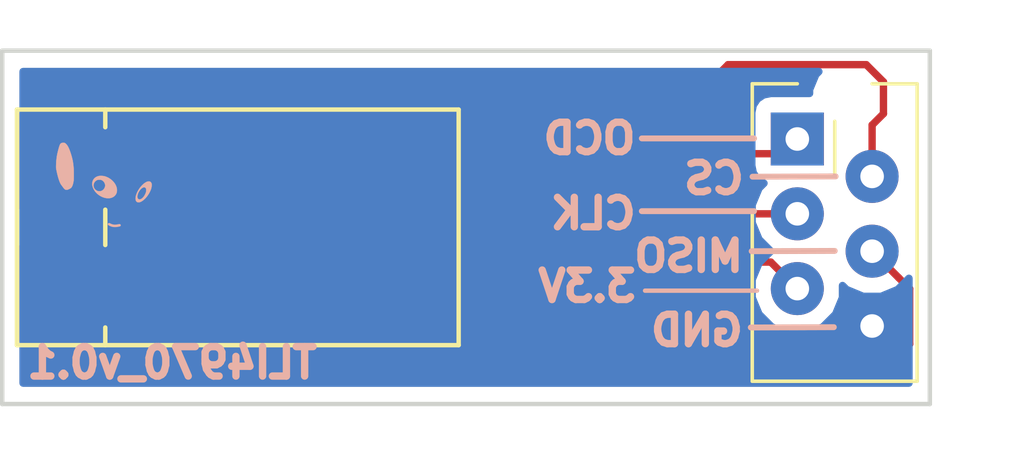
<source format=kicad_pcb>
(kicad_pcb (version 20171130) (host pcbnew 5.0.2-bee76a0~70~ubuntu18.04.1)

  (general
    (thickness 1.6)
    (drawings 17)
    (tracks 36)
    (zones 0)
    (modules 7)
    (nets 9)
  )

  (page A4)
  (layers
    (0 F.Cu signal)
    (31 B.Cu signal)
    (32 B.Adhes user)
    (33 F.Adhes user)
    (34 B.Paste user)
    (35 F.Paste user)
    (36 B.SilkS user)
    (37 F.SilkS user)
    (38 B.Mask user)
    (39 F.Mask user)
    (40 Dwgs.User user)
    (41 Cmts.User user)
    (42 Eco1.User user)
    (43 Eco2.User user)
    (44 Edge.Cuts user)
    (45 Margin user)
    (46 B.CrtYd user)
    (47 F.CrtYd user)
    (48 B.Fab user)
    (49 F.Fab user)
  )

  (setup
    (last_trace_width 0.25)
    (trace_clearance 0.25)
    (zone_clearance 0.508)
    (zone_45_only no)
    (trace_min 0.2)
    (segment_width 0.2)
    (edge_width 0.15)
    (via_size 0.8)
    (via_drill 0.4)
    (via_min_size 0.4)
    (via_min_drill 0.3)
    (uvia_size 0.3)
    (uvia_drill 0.1)
    (uvias_allowed no)
    (uvia_min_size 0.2)
    (uvia_min_drill 0.1)
    (pcb_text_width 0.3)
    (pcb_text_size 1.5 1.5)
    (mod_edge_width 0.15)
    (mod_text_size 1 1)
    (mod_text_width 0.15)
    (pad_size 1.524 1.524)
    (pad_drill 0.762)
    (pad_to_mask_clearance 0.051)
    (solder_mask_min_width 0.25)
    (aux_axis_origin 0 0)
    (visible_elements FFFFFF7F)
    (pcbplotparams
      (layerselection 0x010fc_ffffffff)
      (usegerberextensions false)
      (usegerberattributes false)
      (usegerberadvancedattributes false)
      (creategerberjobfile false)
      (excludeedgelayer true)
      (linewidth 0.100000)
      (plotframeref false)
      (viasonmask false)
      (mode 1)
      (useauxorigin false)
      (hpglpennumber 1)
      (hpglpenspeed 20)
      (hpglpendiameter 15.000000)
      (psnegative false)
      (psa4output false)
      (plotreference true)
      (plotvalue true)
      (plotinvisibletext false)
      (padsonsilk false)
      (subtractmaskfromsilk false)
      (outputformat 1)
      (mirror false)
      (drillshape 0)
      (scaleselection 1)
      (outputdirectory "v0.1/"))
  )

  (net 0 "")
  (net 1 +3V3)
  (net 2 GND)
  (net 3 "Net-(J1-Pad1)")
  (net 4 "Net-(J1-Pad2)")
  (net 5 "Net-(J1-Pad3)")
  (net 6 "Net-(J1-Pad4)")
  (net 7 IP+)
  (net 8 IP-)

  (net_class Default "This is the default net class."
    (clearance 0.25)
    (trace_width 0.25)
    (via_dia 0.8)
    (via_drill 0.4)
    (uvia_dia 0.3)
    (uvia_drill 0.1)
    (add_net +3V3)
    (add_net GND)
    (add_net IP+)
    (add_net IP-)
    (add_net "Net-(J1-Pad1)")
    (add_net "Net-(J1-Pad2)")
    (add_net "Net-(J1-Pad3)")
    (add_net "Net-(J1-Pad4)")
  )

  (net_class POWER ""
    (clearance 0.25)
    (trace_width 2)
    (via_dia 0.8)
    (via_drill 0.4)
    (uvia_dia 0.3)
    (uvia_drill 0.1)
  )

  (module custom_lib:TLI4970 (layer F.Cu) (tedit 5DE58E14) (tstamp 5DF137E7)
    (at 164.5 80 90)
    (path /5DE506D2)
    (fp_text reference U1 (at 0 5.5 90) (layer F.SilkS) hide
      (effects (font (size 1 1) (thickness 0.15)))
    )
    (fp_text value TLI4970 (at 0 1.1 90) (layer F.Fab)
      (effects (font (size 1 1) (thickness 0.15)))
    )
    (fp_line (start -3.5 3.5) (end -3.5 -3.5) (layer F.Fab) (width 0.12))
    (fp_line (start -3.5 -3.5) (end 3.5 -3.5) (layer F.Fab) (width 0.12))
    (fp_line (start 3.5 -3.5) (end 3.5 3.6) (layer F.Fab) (width 0.12))
    (fp_line (start 3.5 3.6) (end -3.5 3.6) (layer F.Fab) (width 0.12))
    (fp_line (start -3.5 3.6) (end -3.5 3.5) (layer F.Fab) (width 0.12))
    (pad 1 smd rect (at -2.5 3.35 270) (size 1.5 1.6) (layers F.Cu F.Paste F.Mask)
      (net 2 GND))
    (pad 2 smd rect (at -1.2 3.35 270) (size 0.5 1.6) (layers F.Cu F.Paste F.Mask)
      (net 1 +3V3))
    (pad 3 smd rect (at -0.4 3.35 270) (size 0.5 1.6) (layers F.Cu F.Paste F.Mask)
      (net 6 "Net-(J1-Pad4)"))
    (pad 4 smd rect (at 0.4 3.35 270) (size 0.5 1.6) (layers F.Cu F.Paste F.Mask)
      (net 5 "Net-(J1-Pad3)"))
    (pad 5 smd rect (at 1.2 3.35 270) (size 0.5 1.6) (layers F.Cu F.Paste F.Mask)
      (net 4 "Net-(J1-Pad2)"))
    (pad 6 smd rect (at 2.5 3.35 270) (size 1.5 1.6) (layers F.Cu F.Paste F.Mask)
      (net 3 "Net-(J1-Pad1)"))
    (pad 8 smd rect (at -1.775 -2.32 270) (size 2.4 3.48) (layers F.Cu F.Paste F.Mask)
      (net 8 IP-))
    (pad 7 smd rect (at 1.775 -2.32 270) (size 2.4 3.48) (layers F.Cu F.Paste F.Mask)
      (net 7 IP+))
  )

  (module Capacitor_SMD:C_0402_1005Metric (layer F.Cu) (tedit 5DE58E18) (tstamp 5DF1B4E3)
    (at 167.5 84.5)
    (descr "Capacitor SMD 0402 (1005 Metric), square (rectangular) end terminal, IPC_7351 nominal, (Body size source: http://www.tortai-tech.com/upload/download/2011102023233369053.pdf), generated with kicad-footprint-generator")
    (tags capacitor)
    (path /5DE50BDC)
    (attr smd)
    (fp_text reference C1 (at 0 -1.17) (layer F.SilkS) hide
      (effects (font (size 1 1) (thickness 0.15)))
    )
    (fp_text value C (at 0 1.17) (layer F.Fab)
      (effects (font (size 1 1) (thickness 0.15)))
    )
    (fp_line (start -0.5 0.25) (end -0.5 -0.25) (layer F.Fab) (width 0.1))
    (fp_line (start -0.5 -0.25) (end 0.5 -0.25) (layer F.Fab) (width 0.1))
    (fp_line (start 0.5 -0.25) (end 0.5 0.25) (layer F.Fab) (width 0.1))
    (fp_line (start 0.5 0.25) (end -0.5 0.25) (layer F.Fab) (width 0.1))
    (fp_line (start -0.93 0.47) (end -0.93 -0.47) (layer F.CrtYd) (width 0.05))
    (fp_line (start -0.93 -0.47) (end 0.93 -0.47) (layer F.CrtYd) (width 0.05))
    (fp_line (start 0.93 -0.47) (end 0.93 0.47) (layer F.CrtYd) (width 0.05))
    (fp_line (start 0.93 0.47) (end -0.93 0.47) (layer F.CrtYd) (width 0.05))
    (fp_text user %R (at 0 0) (layer F.Fab)
      (effects (font (size 0.25 0.25) (thickness 0.04)))
    )
    (pad 1 smd roundrect (at -0.485 0) (size 0.59 0.64) (layers F.Cu F.Paste F.Mask) (roundrect_rratio 0.25)
      (net 1 +3V3))
    (pad 2 smd roundrect (at 0.485 0) (size 0.59 0.64) (layers F.Cu F.Paste F.Mask) (roundrect_rratio 0.25)
      (net 2 GND))
    (model ${KISYS3DMOD}/Capacitor_SMD.3dshapes/C_0402_1005Metric.wrl
      (at (xyz 0 0 0))
      (scale (xyz 1 1 1))
      (rotate (xyz 0 0 0))
    )
  )

  (module custom_lib:TE-Connectivity_Micro-Match_connector_02x03_Pitch_1.27mm (layer F.Cu) (tedit 5DE58F27) (tstamp 5DF1B4F1)
    (at 171 77)
    (descr "TE-Connectivity Micro-Match connector, female, 02x02, board mount, 1.27mm pitch, 215079-6")
    (tags "connector, TE-Connectivity, female")
    (path /5DE58EEA)
    (fp_text reference J1 (at -2.8205 2.5875 90) (layer F.SilkS) hide
      (effects (font (size 1 1) (thickness 0.15)))
    )
    (fp_text value Conn_01x06_Female (at 0 9.8) (layer F.Fab)
      (effects (font (size 1 1) (thickness 0.15)))
    )
    (fp_line (start -1.8 8.725) (end -1.8 -2.475) (layer F.CrtYd) (width 0.05))
    (fp_line (start -1.8 8.725) (end 4.4 8.725) (layer F.CrtYd) (width 0.05))
    (fp_line (start -1.53 2.54) (end -1.53 8.225) (layer F.SilkS) (width 0.12))
    (fp_line (start -1.33 -1.675) (end -1.33 8.025) (layer F.Fab) (width 0.1))
    (fp_line (start -1.33 8.025) (end 3.87 8.025) (layer F.Fab) (width 0.1))
    (fp_line (start 3.87 -1.675) (end 3.87 8.025) (layer F.Fab) (width 0.1))
    (fp_line (start -1.33 -1.675) (end 3.87 -1.675) (layer F.Fab) (width 0.1))
    (fp_line (start -1.53 8.225) (end 4.07 8.225) (layer F.SilkS) (width 0.12))
    (fp_line (start 4.07 -1.875) (end 4.07 8.225) (layer F.SilkS) (width 0.12))
    (fp_line (start 2.54 -1.875) (end 4.07 -1.875) (layer F.SilkS) (width 0.12))
    (fp_line (start 1.27 -0.6) (end 1.27 1.27) (layer F.SilkS) (width 0.12))
    (fp_line (start 1.27 1.27) (end -0.6 1.27) (layer F.SilkS) (width 0.12))
    (fp_line (start -1.53 0) (end -1.53 -1.875) (layer F.SilkS) (width 0.12))
    (fp_line (start -1.53 -1.875) (end 0 -1.875) (layer F.SilkS) (width 0.12))
    (fp_line (start 4.4 8.725) (end 4.4 -2.475) (layer F.CrtYd) (width 0.05))
    (fp_line (start -1.8 -2.475) (end 4.4 -2.475) (layer F.CrtYd) (width 0.05))
    (fp_text user %R (at -2.8205 2.5875 90) (layer F.Fab) hide
      (effects (font (size 1 1) (thickness 0.15)))
    )
    (pad 6 thru_hole circle (at 2.54 6.35) (size 1.8 1.8) (drill 0.8001) (layers *.Cu *.Mask)
      (net 2 GND))
    (pad 5 thru_hole circle (at 0 5.08) (size 1.8 1.8) (drill 0.8001) (layers *.Cu *.Mask)
      (net 1 +3V3))
    (pad 1 thru_hole rect (at 0 0) (size 1.8 1.8) (drill 0.8001) (layers *.Cu *.Mask)
      (net 3 "Net-(J1-Pad1)"))
    (pad 2 thru_hole circle (at 2.54 1.27) (size 1.8 1.8) (drill 0.8001) (layers *.Cu *.Mask)
      (net 4 "Net-(J1-Pad2)"))
    (pad 3 thru_hole circle (at 0 2.54) (size 1.8 1.8) (drill 0.8001) (layers *.Cu *.Mask)
      (net 5 "Net-(J1-Pad3)"))
    (pad 4 thru_hole circle (at 2.54 3.81) (size 1.8 1.8) (drill 0.8001) (layers *.Cu *.Mask)
      (net 6 "Net-(J1-Pad4)"))
    (pad "" np_thru_hole circle (at 1.8 -1.4) (size 1.5001 1.5001) (drill 1.5001) (layers *.Cu *.Mask))
    (model ../../_3Dmodels/Connectors_TE-Connectivity.3dshapes/c-215079-4-t-3d.wrl
      (at (xyz 0 0 0))
      (scale (xyz 1 1 1))
      (rotate (xyz 0 0 0))
    )
  )

  (module custom_lib:Wago_2060_2_SMD (layer F.Cu) (tedit 5DE58E21) (tstamp 5DF1B90A)
    (at 152 80 90)
    (path /5DE59542)
    (fp_text reference J2 (at 0 -9 90) (layer F.SilkS) hide
      (effects (font (size 1 1) (thickness 0.15)))
    )
    (fp_text value Conn_01x02_Female (at 0 8.9 90) (layer F.Fab)
      (effects (font (size 1 1) (thickness 0.15)))
    )
    (fp_line (start 4 -4.5) (end 3.4 -4.5) (layer F.SilkS) (width 0.15))
    (fp_line (start -0.6 -4.5) (end 0.6 -4.5) (layer F.SilkS) (width 0.15))
    (fp_line (start -4 -4.5) (end -3.4 -4.5) (layer F.SilkS) (width 0.15))
    (fp_line (start -4 -7.5) (end 4 -7.5) (layer F.CrtYd) (width 0.15))
    (fp_line (start 4 -7.5) (end 4 7.5) (layer F.CrtYd) (width 0.15))
    (fp_line (start 4 7.5) (end -4 7.5) (layer F.CrtYd) (width 0.15))
    (fp_line (start -4 7.5) (end -4 -7.5) (layer F.CrtYd) (width 0.15))
    (fp_line (start 4 -7.5) (end -4 -7.5) (layer F.SilkS) (width 0.15))
    (fp_line (start -4 -7.5) (end -4 7.5) (layer F.SilkS) (width 0.15))
    (fp_line (start -4 7.5) (end 4 7.5) (layer F.SilkS) (width 0.15))
    (fp_line (start 4 7.5) (end 4 -7.5) (layer F.SilkS) (width 0.15))
    (pad 2 smd rect (at 2 5.25 90) (size 2 3.5) (layers F.Cu F.Paste F.Mask)
      (net 7 IP+))
    (pad 2 smd rect (at 2 -4 90) (size 2 6) (layers F.Cu F.Paste F.Mask)
      (net 7 IP+))
    (pad 1 smd rect (at -2 -4 90) (size 2 6) (layers F.Cu F.Paste F.Mask)
      (net 8 IP-))
    (pad 1 smd rect (at -2 5.25 90) (size 2 3.5) (layers F.Cu F.Paste F.Mask)
      (net 8 IP-))
  )

  (module custom_lib:R1_ear_silk_5.5mm (layer B.Cu) (tedit 5A75A981) (tstamp 5DF1BD36)
    (at 148.235873 77.900252 180)
    (path /5DE59A50)
    (fp_text reference H1 (at 0 0 180) (layer B.SilkS) hide
      (effects (font (size 1.524 1.524) (thickness 0.3)) (justify mirror))
    )
    (fp_text value LABEL (at 0.75 0 180) (layer B.SilkS) hide
      (effects (font (size 1.524 1.524) (thickness 0.3)) (justify mirror))
    )
    (fp_poly (pts (xy 2.178201 0.770262) (xy 2.198348 0.768035) (xy 2.215863 0.764436) (xy 2.231188 0.758692)
      (xy 2.244766 0.750029) (xy 2.257039 0.737676) (xy 2.26845 0.72086) (xy 2.27944 0.698807)
      (xy 2.290453 0.670745) (xy 2.301931 0.635901) (xy 2.314316 0.593502) (xy 2.32805 0.542775)
      (xy 2.343577 0.482948) (xy 2.344299 0.480133) (xy 2.361506 0.407526) (xy 2.37554 0.335724)
      (xy 2.386689 0.262557) (xy 2.395238 0.18585) (xy 2.401474 0.103431) (xy 2.405609 0.01524)
      (xy 2.406717 -0.018405) (xy 2.407222 -0.044525) (xy 2.406933 -0.065749) (xy 2.405658 -0.084703)
      (xy 2.403208 -0.104014) (xy 2.399391 -0.126309) (xy 2.394016 -0.154217) (xy 2.392872 -0.16002)
      (xy 2.376391 -0.238711) (xy 2.358865 -0.313406) (xy 2.340546 -0.383339) (xy 2.321687 -0.447741)
      (xy 2.302541 -0.505845) (xy 2.283359 -0.556882) (xy 2.264394 -0.600085) (xy 2.2459 -0.634686)
      (xy 2.228657 -0.659293) (xy 2.217953 -0.672749) (xy 2.203677 -0.691717) (xy 2.187975 -0.713311)
      (xy 2.177487 -0.728152) (xy 2.151986 -0.762275) (xy 2.128222 -0.789201) (xy 2.106922 -0.808184)
      (xy 2.089823 -0.818106) (xy 2.077848 -0.820698) (xy 2.060149 -0.822358) (xy 2.045639 -0.822712)
      (xy 2.029049 -0.821866) (xy 2.013769 -0.819024) (xy 1.996746 -0.813303) (xy 1.974929 -0.803818)
      (xy 1.96596 -0.799618) (xy 1.943192 -0.787894) (xy 1.921706 -0.775181) (xy 1.904652 -0.763418)
      (xy 1.898199 -0.757955) (xy 1.875298 -0.72971) (xy 1.855228 -0.691883) (xy 1.837972 -0.64442)
      (xy 1.823507 -0.587269) (xy 1.814959 -0.54102) (xy 1.812442 -0.523764) (xy 1.810422 -0.505587)
      (xy 1.808848 -0.485174) (xy 1.807672 -0.461208) (xy 1.806843 -0.432375) (xy 1.806312 -0.397359)
      (xy 1.806029 -0.354844) (xy 1.805945 -0.303516) (xy 1.805945 -0.30226) (xy 1.806068 -0.245778)
      (xy 1.806514 -0.197431) (xy 1.807403 -0.155192) (xy 1.808857 -0.117037) (xy 1.810997 -0.080942)
      (xy 1.813942 -0.044882) (xy 1.817814 -0.006833) (xy 1.822734 0.035231) (xy 1.828823 0.083333)
      (xy 1.829068 0.085222) (xy 1.838126 0.142246) (xy 1.850976 0.204701) (xy 1.867031 0.270699)
      (xy 1.885706 0.338352) (xy 1.906413 0.405773) (xy 1.928565 0.471073) (xy 1.951577 0.532365)
      (xy 1.974862 0.587761) (xy 1.997832 0.635374) (xy 2.00303 0.645063) (xy 2.030897 0.689165)
      (xy 2.061983 0.726483) (xy 2.062588 0.727104) (xy 2.08538 0.748381) (xy 2.106068 0.762098)
      (xy 2.127763 0.769417) (xy 2.153575 0.771498) (xy 2.178201 0.770262)) (layer B.SilkS) (width 0.01))
  )

  (module custom_lib:R1_eyes_mask_5.5mm (layer B.Cu) (tedit 5D5A8000) (tstamp 5DF1BD3D)
    (at 148.245873 77.850252 180)
    (path /5DE59AFF)
    (fp_text reference H2 (at 0 2.54 180) (layer B.SilkS) hide
      (effects (font (size 1.524 1.524) (thickness 0.3)) (justify mirror))
    )
    (fp_text value LABEL (at 0.75 2.54 180) (layer B.SilkS) hide
      (effects (font (size 1.524 1.524) (thickness 0.3)) (justify mirror))
    )
    (fp_poly (pts (xy 0.918423 -0.401777) (xy 0.956263 -0.405066) (xy 0.976759 -0.408897) (xy 1.02839 -0.425874)
      (xy 1.07306 -0.449654) (xy 1.110646 -0.479527) (xy 1.141024 -0.514781) (xy 1.164071 -0.554703)
      (xy 1.179661 -0.598583) (xy 1.187672 -0.645708) (xy 1.18798 -0.695366) (xy 1.180461 -0.746846)
      (xy 1.16499 -0.799436) (xy 1.141445 -0.852424) (xy 1.109701 -0.905099) (xy 1.071669 -0.954398)
      (xy 1.022024 -1.005506) (xy 0.967034 -1.050255) (xy 0.907863 -1.088142) (xy 0.845678 -1.118666)
      (xy 0.781645 -1.141325) (xy 0.716929 -1.155617) (xy 0.652695 -1.161041) (xy 0.598218 -1.158169)
      (xy 0.543393 -1.147107) (xy 0.494297 -1.128036) (xy 0.451371 -1.101148) (xy 0.432887 -1.085333)
      (xy 0.40114 -1.051436) (xy 0.378 -1.016962) (xy 0.362118 -0.97932) (xy 0.352141 -0.935916)
      (xy 0.350986 -0.928145) (xy 0.348426 -0.873755) (xy 0.355286 -0.818691) (xy 0.370934 -0.763752)
      (xy 0.384275 -0.733475) (xy 0.749164 -0.733475) (xy 0.751545 -0.755112) (xy 0.764506 -0.799304)
      (xy 0.785689 -0.838657) (xy 0.814198 -0.872122) (xy 0.849137 -0.898653) (xy 0.88961 -0.917204)
      (xy 0.890453 -0.917481) (xy 0.910411 -0.92146) (xy 0.937461 -0.923152) (xy 0.955684 -0.922976)
      (xy 0.979938 -0.921571) (xy 0.998324 -0.918634) (xy 1.015122 -0.913176) (xy 1.03269 -0.905155)
      (xy 1.069679 -0.881788) (xy 1.100282 -0.851948) (xy 1.123754 -0.817048) (xy 1.139349 -0.778504)
      (xy 1.146322 -0.737728) (xy 1.143925 -0.696134) (xy 1.14367 -0.694722) (xy 1.130966 -0.652824)
      (xy 1.109644 -0.614438) (xy 1.080985 -0.581215) (xy 1.04627 -0.554806) (xy 1.027445 -0.544858)
      (xy 0.997518 -0.53535) (xy 0.962396 -0.530786) (xy 0.92579 -0.531225) (xy 0.891413 -0.536724)
      (xy 0.873531 -0.542426) (xy 0.838383 -0.561486) (xy 0.807691 -0.587944) (xy 0.78244 -0.620087)
      (xy 0.763613 -0.656199) (xy 0.752193 -0.694567) (xy 0.749164 -0.733475) (xy 0.384275 -0.733475)
      (xy 0.394736 -0.709736) (xy 0.426061 -0.657441) (xy 0.464274 -0.607666) (xy 0.508745 -0.561207)
      (xy 0.55884 -0.518864) (xy 0.613926 -0.481434) (xy 0.67337 -0.449716) (xy 0.736541 -0.424507)
      (xy 0.754886 -0.418701) (xy 0.791263 -0.410238) (xy 0.832757 -0.404503) (xy 0.876199 -0.401636)
      (xy 0.918423 -0.401777)) (layer B.SilkS) (width 0.01))
    (fp_poly (pts (xy -0.706335 -0.5924) (xy -0.688801 -0.594815) (xy -0.672121 -0.600076) (xy -0.653322 -0.608404)
      (xy -0.603456 -0.63681) (xy -0.553972 -0.674026) (xy -0.505814 -0.718713) (xy -0.459923 -0.769536)
      (xy -0.417243 -0.825158) (xy -0.378715 -0.884244) (xy -0.345283 -0.945456) (xy -0.317888 -1.007459)
      (xy -0.297474 -1.068917) (xy -0.284982 -1.128492) (xy -0.284619 -1.131129) (xy -0.281851 -1.174196)
      (xy -0.285544 -1.212257) (xy -0.295407 -1.244427) (xy -0.311147 -1.269822) (xy -0.332475 -1.287556)
      (xy -0.336813 -1.289832) (xy -0.364781 -1.298318) (xy -0.396591 -1.299581) (xy -0.428811 -1.293488)
      (xy -0.42926 -1.293346) (xy -0.472797 -1.275057) (xy -0.51773 -1.247842) (xy -0.563119 -1.212665)
      (xy -0.608024 -1.170487) (xy -0.651505 -1.122272) (xy -0.692622 -1.068982) (xy -0.730435 -1.011579)
      (xy -0.764004 -0.951026) (xy -0.76446 -0.950119) (xy -0.789819 -0.895845) (xy -0.798289 -0.873574)
      (xy -0.644716 -0.873574) (xy -0.644457 -0.901315) (xy -0.641879 -0.929311) (xy -0.637433 -0.952702)
      (xy -0.627593 -0.982865) (xy -0.613001 -1.017156) (xy -0.595465 -1.051944) (xy -0.576792 -1.083596)
      (xy -0.561618 -1.105022) (xy -0.530105 -1.140806) (xy -0.498848 -1.168895) (xy -0.468494 -1.189)
      (xy -0.439691 -1.200834) (xy -0.413087 -1.204109) (xy -0.38933 -1.198538) (xy -0.373867 -1.188466)
      (xy -0.359233 -1.171999) (xy -0.349981 -1.152003) (xy -0.345394 -1.126313) (xy -0.344598 -1.100316)
      (xy -0.348416 -1.061085) (xy -0.358413 -1.020767) (xy -0.373735 -0.980451) (xy -0.393534 -0.941228)
      (xy -0.416958 -0.904188) (xy -0.443156 -0.870421) (xy -0.471277 -0.841018) (xy -0.500471 -0.817069)
      (xy -0.529887 -0.799664) (xy -0.558674 -0.789894) (xy -0.585981 -0.788849) (xy -0.587479 -0.789075)
      (xy -0.609774 -0.79761) (xy -0.62813 -0.814429) (xy -0.638195 -0.831686) (xy -0.642635 -0.849295)
      (xy -0.644716 -0.873574) (xy -0.798289 -0.873574) (xy -0.808495 -0.846742) (xy -0.821044 -0.80085)
      (xy -0.82802 -0.756209) (xy -0.829976 -0.71882) (xy -0.829853 -0.693734) (xy -0.828644 -0.67578)
      (xy -0.825892 -0.66195) (xy -0.821139 -0.649235) (xy -0.818557 -0.643751) (xy -0.807788 -0.626421)
      (xy -0.794329 -0.610733) (xy -0.788529 -0.605651) (xy -0.778226 -0.598608) (xy -0.768127 -0.594452)
      (xy -0.755061 -0.592443) (xy -0.735855 -0.591838) (xy -0.729359 -0.59182) (xy -0.706335 -0.5924)) (layer B.SilkS) (width 0.01))
    (fp_poly (pts (xy 0.624692 -2.03183) (xy 0.628884 -2.037238) (xy 0.629842 -2.045434) (xy 0.625424 -2.050854)
      (xy 0.613375 -2.05871) (xy 0.595655 -2.068093) (xy 0.574225 -2.07809) (xy 0.551046 -2.087791)
      (xy 0.528078 -2.096284) (xy 0.507282 -2.102659) (xy 0.505917 -2.103013) (xy 0.462856 -2.110486)
      (xy 0.414361 -2.11286) (xy 0.363785 -2.110138) (xy 0.3175 -2.102965) (xy 0.2902 -2.097186)
      (xy 0.271309 -2.092973) (xy 0.259286 -2.08984) (xy 0.252588 -2.087302) (xy 0.249673 -2.084876)
      (xy 0.248999 -2.082076) (xy 0.248997 -2.081433) (xy 0.250026 -2.073727) (xy 0.253898 -2.069084)
      (xy 0.26214 -2.067369) (xy 0.276276 -2.068449) (xy 0.297832 -2.07219) (xy 0.31496 -2.075657)
      (xy 0.373922 -2.085109) (xy 0.427388 -2.087441) (xy 0.477312 -2.082442) (xy 0.525646 -2.069901)
      (xy 0.574342 -2.049609) (xy 0.579221 -2.047188) (xy 0.601207 -2.036758) (xy 0.615915 -2.031654)
      (xy 0.624692 -2.03183)) (layer B.SilkS) (width 0.06))
  )

  (module custom_lib:R1_face_mask_5.5mm (layer B.Cu) (tedit 5A75A9C8) (tstamp 5DF1BD44)
    (at 148.23303 77.898191 180)
    (path /5DE59B33)
    (fp_text reference H3 (at 0 0 180) (layer B.SilkS) hide
      (effects (font (size 1.524 1.524) (thickness 0.3)) (justify mirror))
    )
    (fp_text value LABEL (at 0.75 0 180) (layer B.SilkS) hide
      (effects (font (size 1.524 1.524) (thickness 0.3)) (justify mirror))
    )
    (fp_poly (pts (xy 0.963667 -0.651102) (xy 0.976744 -0.654493) (xy 0.988048 -0.661622) (xy 0.990392 -0.663545)
      (xy 1.009692 -0.685382) (xy 1.019619 -0.709859) (xy 1.019926 -0.735768) (xy 1.010441 -0.761765)
      (xy 0.996012 -0.780859) (xy 0.977537 -0.792325) (xy 0.953024 -0.79721) (xy 0.942228 -0.79756)
      (xy 0.924829 -0.796947) (xy 0.913155 -0.793934) (xy 0.902794 -0.786758) (xy 0.893903 -0.778259)
      (xy 0.877278 -0.755369) (xy 0.869936 -0.730434) (xy 0.871832 -0.705206) (xy 0.882919 -0.681436)
      (xy 0.896859 -0.665951) (xy 0.908713 -0.656754) (xy 0.92003 -0.652033) (xy 0.93513 -0.650369)
      (xy 0.944667 -0.65024) (xy 0.963667 -0.651102)) (layer B.Mask) (width 0.01))
    (fp_poly (pts (xy -0.475534 -0.929926) (xy -0.460446 -0.941333) (xy -0.458211 -0.94361) (xy -0.442003 -0.964076)
      (xy -0.428697 -0.987188) (xy -0.418605 -1.011348) (xy -0.412039 -1.03496) (xy -0.409309 -1.056426)
      (xy -0.410726 -1.07415) (xy -0.416603 -1.086535) (xy -0.42725 -1.091983) (xy -0.42926 -1.092103)
      (xy -0.436681 -1.08969) (xy -0.448182 -1.083702) (xy -0.449903 -1.082671) (xy -0.466901 -1.067908)
      (xy -0.482633 -1.046401) (xy -0.496083 -1.020683) (xy -0.506236 -0.993289) (xy -0.512079 -0.966754)
      (xy -0.512595 -0.943613) (xy -0.509997 -0.932595) (xy -0.502578 -0.925074) (xy -0.490334 -0.924345)
      (xy -0.475534 -0.929926)) (layer B.Mask) (width 0.01))
    (fp_poly (pts (xy 0.111411 2.752342) (xy 0.160303 2.750966) (xy 0.201791 2.748773) (xy 0.204248 2.748596)
      (xy 0.37073 2.731383) (xy 0.534856 2.704381) (xy 0.696263 2.667764) (xy 0.854589 2.621703)
      (xy 1.00947 2.566372) (xy 1.160545 2.501944) (xy 1.307451 2.42859) (xy 1.449824 2.346485)
      (xy 1.587304 2.255801) (xy 1.719526 2.15671) (xy 1.846128 2.049386) (xy 1.966748 1.934001)
      (xy 2.011488 1.887494) (xy 2.122388 1.762198) (xy 2.224852 1.63132) (xy 2.318766 1.495106)
      (xy 2.404014 1.353803) (xy 2.480485 1.207656) (xy 2.548064 1.056909) (xy 2.606637 0.90181)
      (xy 2.65609 0.742604) (xy 2.69631 0.579535) (xy 2.727184 0.412851) (xy 2.741027 0.31242)
      (xy 2.743688 0.284386) (xy 2.746056 0.247842) (xy 2.748107 0.204435) (xy 2.749818 0.155812)
      (xy 2.751168 0.103621) (xy 2.752131 0.049507) (xy 2.752687 -0.004881) (xy 2.75281 -0.057898)
      (xy 2.752479 -0.107897) (xy 2.751671 -0.153229) (xy 2.750362 -0.19225) (xy 2.748529 -0.223311)
      (xy 2.748521 -0.223409) (xy 2.730425 -0.387738) (xy 2.702523 -0.549947) (xy 2.665024 -0.709636)
      (xy 2.618137 -0.866405) (xy 2.562068 -1.019853) (xy 2.497026 -1.16958) (xy 2.42322 -1.315186)
      (xy 2.340858 -1.456271) (xy 2.250147 -1.592433) (xy 2.151295 -1.723273) (xy 2.044512 -1.848391)
      (xy 1.930005 -1.967385) (xy 1.807982 -2.079856) (xy 1.763827 -2.117365) (xy 1.632339 -2.220164)
      (xy 1.495556 -2.31437) (xy 1.35382 -2.399844) (xy 1.207475 -2.476444) (xy 1.056863 -2.54403)
      (xy 0.902328 -2.602462) (xy 0.744213 -2.651599) (xy 0.582861 -2.6913) (xy 0.418615 -2.721425)
      (xy 0.251818 -2.741834) (xy 0.23622 -2.74323) (xy 0.204605 -2.745421) (xy 0.165273 -2.747283)
      (xy 0.120337 -2.748791) (xy 0.071909 -2.749916) (xy 0.022102 -2.750634) (xy -0.026971 -2.750917)
      (xy -0.073198 -2.75074) (xy -0.114466 -2.750076) (xy -0.148662 -2.748899) (xy -0.161306 -2.748187)
      (xy -0.330938 -2.732042) (xy -0.497622 -2.706308) (xy -0.661092 -2.671099) (xy -0.821084 -2.626529)
      (xy -0.977333 -2.572712) (xy -1.129573 -2.509763) (xy -1.277539 -2.437796) (xy -1.420967 -2.356925)
      (xy -1.559592 -2.267265) (xy -1.693148 -2.168929) (xy -1.82137 -2.062031) (xy -1.882731 -2.006036)
      (xy -2.001121 -1.887867) (xy -2.111521 -1.763571) (xy -2.213759 -1.63351) (xy -2.307662 -1.498048)
      (xy -2.393057 -1.357546) (xy -2.469771 -1.212369) (xy -2.53763 -1.06288) (xy -2.596463 -0.909441)
      (xy -2.646096 -0.752416) (xy -2.686356 -0.592168) (xy -2.71707 -0.42906) (xy -2.738065 -0.263454)
      (xy -2.743516 -0.199168) (xy -2.745765 -0.158243) (xy -2.747194 -0.109784) (xy -2.747842 -0.055741)
      (xy -2.747746 0.001935) (xy -2.747155 0.04572) (xy -1.064134 0.04572) (xy -1.063913 -0.014867)
      (xy -1.0632 -0.067255) (xy -1.061846 -0.113398) (xy -1.059704 -0.155249) (xy -1.056624 -0.194763)
      (xy -1.052459 -0.233895) (xy -1.047061 -0.274598) (xy -1.040281 -0.318827) (xy -1.033317 -0.36068)
      (xy -1.008679 -0.485767) (xy -0.976828 -0.615784) (xy -0.938356 -0.749155) (xy -0.893854 -0.884306)
      (xy -0.843915 -1.01966) (xy -0.789131 -1.153644) (xy -0.730093 -1.284683) (xy -0.667395 -1.411201)
      (xy -0.601627 -1.531623) (xy -0.577862 -1.57226) (xy -0.55215 -1.61415) (xy -0.527608 -1.65107)
      (xy -0.502542 -1.685163) (xy -0.475261 -1.718577) (xy -0.444073 -1.753455) (xy -0.407286 -1.791944)
      (xy -0.393763 -1.805668) (xy -0.325461 -1.872063) (xy -0.259968 -1.930339) (xy -0.19582 -1.981594)
      (xy -0.131555 -2.026927) (xy -0.065708 -2.067436) (xy 0.003183 -2.10422) (xy 0.005625 -2.105432)
      (xy 0.072865 -2.136631) (xy 0.140523 -2.163591) (xy 0.209818 -2.186574) (xy 0.281972 -2.205841)
      (xy 0.358208 -2.221653) (xy 0.439746 -2.234271) (xy 0.527807 -2.243955) (xy 0.623614 -2.250968)
      (xy 0.704301 -2.254743) (xy 0.718468 -2.254065) (xy 0.739174 -2.251605) (xy 0.763042 -2.247805)
      (xy 0.776346 -2.245295) (xy 0.882126 -2.218969) (xy 0.986227 -2.182724) (xy 1.08874 -2.13652)
      (xy 1.189759 -2.080316) (xy 1.268715 -2.028715) (xy 1.304948 -2.002443) (xy 1.345856 -1.971048)
      (xy 1.390005 -1.935764) (xy 1.435964 -1.897826) (xy 1.482299 -1.858467) (xy 1.527577 -1.818921)
      (xy 1.570365 -1.780423) (xy 1.60923 -1.744207) (xy 1.64274 -1.711506) (xy 1.669357 -1.683669)
      (xy 1.719078 -1.626571) (xy 1.768026 -1.565833) (xy 1.815342 -1.502772) (xy 1.860168 -1.438702)
      (xy 1.901646 -1.374939) (xy 1.938916 -1.3128) (xy 1.97112 -1.2536) (xy 1.997399 -1.198654)
      (xy 2.015547 -1.15316) (xy 2.027166 -1.116683) (xy 2.033669 -1.08692) (xy 2.035291 -1.061946)
      (xy 2.032266 -1.039838) (xy 2.030229 -1.032655) (xy 2.021899 -0.999183) (xy 2.015174 -0.95585)
      (xy 2.010045 -0.902582) (xy 2.008557 -0.88048) (xy 2.006914 -0.857285) (xy 2.005091 -0.837827)
      (xy 2.003327 -0.824354) (xy 2.002048 -0.819279) (xy 1.995985 -0.815091) (xy 1.983461 -0.808816)
      (xy 1.971213 -0.803494) (xy 1.935191 -0.785805) (xy 1.90505 -0.764111) (xy 1.880055 -0.737333)
      (xy 1.859472 -0.704396) (xy 1.842567 -0.664221) (xy 1.828606 -0.615733) (xy 1.821731 -0.5842)
      (xy 1.813109 -0.529984) (xy 1.806872 -0.467299) (xy 1.803003 -0.397547) (xy 1.801488 -0.322131)
      (xy 1.80231 -0.242453) (xy 1.805454 -0.159917) (xy 1.810904 -0.075924) (xy 1.818644 0.008122)
      (xy 1.828658 0.090819) (xy 1.829391 0.096143) (xy 1.837683 0.147379) (xy 1.848851 0.201477)
      (xy 1.863299 0.260119) (xy 1.881436 0.324988) (xy 1.897507 0.378106) (xy 1.908001 0.413404)
      (xy 1.914749 0.439777) (xy 1.917856 0.457702) (xy 1.91763 0.467006) (xy 1.916992 0.474183)
      (xy 1.916273 0.490661) (xy 1.91549 0.515578) (xy 1.914662 0.548074) (xy 1.913807 0.587292)
      (xy 1.912943 0.632369) (xy 1.912087 0.682447) (xy 1.911258 0.736665) (xy 1.910474 0.794164)
      (xy 1.910024 0.83058) (xy 1.909099 0.905134) (xy 1.908178 0.970564) (xy 1.907209 1.027906)
      (xy 1.906143 1.078198) (xy 1.904928 1.122475) (xy 1.903514 1.161772) (xy 1.901851 1.197128)
      (xy 1.899886 1.229578) (xy 1.89757 1.260157) (xy 1.894853 1.289903) (xy 1.891682 1.319852)
      (xy 1.888009 1.351039) (xy 1.883781 1.384502) (xy 1.882415 1.395005) (xy 1.87345 1.457467)
      (xy 1.862637 1.522818) (xy 1.850663 1.587228) (xy 1.838216 1.646869) (xy 1.833201 1.66878)
      (xy 1.827194 1.69426) (xy 1.821859 1.716922) (xy 1.817719 1.734535) (xy 1.8153 1.744865)
      (xy 1.815099 1.745727) (xy 1.809514 1.755404) (xy 1.79677 1.76986) (xy 1.778059 1.788088)
      (xy 1.754573 1.80908) (xy 1.727505 1.83183) (xy 1.698047 1.855329) (xy 1.667391 1.87857)
      (xy 1.636729 1.900546) (xy 1.6129 1.916602) (xy 1.519663 1.971439) (xy 1.420366 2.018335)
      (xy 1.314885 2.057335) (xy 1.203099 2.088485) (xy 1.084885 2.111827) (xy 1.07442 2.113471)
      (xy 1.029797 2.119006) (xy 0.977546 2.123267) (xy 0.920123 2.126211) (xy 0.859984 2.127792)
      (xy 0.799587 2.127964) (xy 0.741389 2.126684) (xy 0.687846 2.123906) (xy 0.65532 2.121136)
      (xy 0.518305 2.103124) (xy 0.386889 2.077752) (xy 0.261374 2.045137) (xy 0.142065 2.005393)
      (xy 0.029262 1.958638) (xy -0.07673 1.904986) (xy -0.175609 1.844553) (xy -0.267072 1.777456)
      (xy -0.287693 1.760535) (xy -0.320882 1.731516) (xy -0.353274 1.700572) (xy -0.386365 1.66613)
      (xy -0.421651 1.626622) (xy -0.460628 1.580476) (xy -0.469483 1.56972) (xy -0.573094 1.437268)
      (xy -0.666621 1.304813) (xy -0.750142 1.172203) (xy -0.823732 1.039284) (xy -0.887467 0.905902)
      (xy -0.941423 0.771902) (xy -0.985676 0.637133) (xy -1.020303 0.501439) (xy -1.035661 0.42418)
      (xy -1.043138 0.381036) (xy -1.049213 0.342439) (xy -1.054025 0.306548) (xy -1.057713 0.271523)
      (xy -1.060415 0.235523) (xy -1.06227 0.196709) (xy -1.063415 0.153238) (xy -1.063991 0.103271)
      (xy -1.064134 0.04572) (xy -2.747155 0.04572) (xy -2.746944 0.061296) (xy -2.745474 0.120389)
      (xy -2.743376 0.177265) (xy -2.740686 0.229973) (xy -2.737444 0.276563) (xy -2.733686 0.315085)
      (xy -2.733418 0.31732) (xy -2.707944 0.486852) (xy -2.673272 0.652074) (xy -2.629371 0.813062)
      (xy -2.576208 0.969888) (xy -2.513751 1.122626) (xy -2.44197 1.27135) (xy -2.360831 1.416134)
      (xy -2.270303 1.557052) (xy -2.170354 1.694178) (xy -2.102843 1.778282) (xy -2.077746 1.807266)
      (xy -2.04654 1.841436) (xy -2.010746 1.879272) (xy -1.971884 1.919253) (xy -1.931477 1.959857)
      (xy -1.891045 1.999562) (xy -1.85211 2.036849) (xy -1.816192 2.070195) (xy -1.784814 2.09808)
      (xy -1.773202 2.107923) (xy -1.656874 2.200237) (xy -1.539865 2.283925) (xy -1.420014 2.360414)
      (xy -1.295164 2.43113) (xy -1.24206 2.45877) (xy -1.096799 2.527483) (xy -0.949547 2.586924)
      (xy -0.799455 2.63735) (xy -0.645676 2.679016) (xy -0.48736 2.712177) (xy -0.323658 2.737089)
      (xy -0.31224 2.738498) (xy -0.274326 2.742289) (xy -0.228213 2.745567) (xy -0.175852 2.748295)
      (xy -0.119194 2.750434) (xy -0.060188 2.751946) (xy -0.000785 2.752794) (xy 0.057065 2.752938)
      (xy 0.111411 2.752342)) (layer B.Mask) (width 0.01))
  )

  (gr_text TLI4970_v0.1 (at 149.77 84.6) (layer B.SilkS)
    (effects (font (size 1 1) (thickness 0.25)) (justify mirror))
  )
  (gr_line (start 169.42 83.4) (end 172.24 83.39) (layer B.SilkS) (width 0.2) (tstamp 5DF1C574))
  (gr_line (start 169.45 80.81) (end 172.27 80.8) (layer B.SilkS) (width 0.2) (tstamp 5DF1C574))
  (gr_line (start 169.48 78.28) (end 172.3 78.27) (layer B.SilkS) (width 0.2))
  (gr_line (start 165.72 79.45) (end 169.53 79.45) (layer B.SilkS) (width 0.2))
  (gr_line (start 165.72 76.98) (end 169.53 76.98) (layer B.SilkS) (width 0.2))
  (gr_line (start 165.83 82.15) (end 169.63 82.15) (layer B.SilkS) (width 0.15))
  (gr_text OCD (at 163.94 76.98) (layer B.SilkS) (tstamp 5DF1C078)
    (effects (font (size 1 1) (thickness 0.25)) (justify mirror))
  )
  (gr_text CS (at 168.17 78.34) (layer B.SilkS) (tstamp 5DF1C078)
    (effects (font (size 1 1) (thickness 0.25)) (justify mirror))
  )
  (gr_text CLK (at 164.07 79.53) (layer B.SilkS) (tstamp 5DF1C078)
    (effects (font (size 1 1) (thickness 0.25)) (justify mirror))
  )
  (gr_text MISO (at 167.31 80.98) (layer B.SilkS) (tstamp 5DF1C078)
    (effects (font (size 1 1) (thickness 0.25)) (justify mirror))
  )
  (gr_text 3.3V (at 163.86 82) (layer B.SilkS) (tstamp 5DF1C078)
    (effects (font (size 1 1) (thickness 0.25)) (justify mirror))
  )
  (gr_text GND (at 167.59 83.5) (layer B.SilkS)
    (effects (font (size 1 1) (thickness 0.25)) (justify mirror))
  )
  (gr_line (start 144 74) (end 175.5 74) (layer Edge.Cuts) (width 0.15))
  (gr_line (start 144 86) (end 144 74) (layer Edge.Cuts) (width 0.15))
  (gr_line (start 175.5 86) (end 144 86) (layer Edge.Cuts) (width 0.15))
  (gr_line (start 175.5 74) (end 175.5 86) (layer Edge.Cuts) (width 0.15))

  (segment (start 166.674999 81.325001) (end 166.674999 84.159999) (width 0.25) (layer F.Cu) (net 1))
  (segment (start 166.680832 84.165832) (end 167.015 84.5) (width 0.25) (layer F.Cu) (net 1))
  (segment (start 166.674999 84.159999) (end 166.680832 84.165832) (width 0.25) (layer F.Cu) (net 1))
  (segment (start 166.8 81.2) (end 166.674999 81.325001) (width 0.25) (layer F.Cu) (net 1))
  (segment (start 167.85 81.2) (end 166.8 81.2) (width 0.25) (layer F.Cu) (net 1))
  (segment (start 167.869999 81.180001) (end 167.85 81.2) (width 0.25) (layer F.Cu) (net 1))
  (segment (start 170.100001 81.180001) (end 167.869999 81.180001) (width 0.25) (layer F.Cu) (net 1))
  (segment (start 171 82.08) (end 170.100001 81.180001) (width 0.25) (layer F.Cu) (net 1))
  (segment (start 167.85 84.365) (end 167.985 84.5) (width 0.25) (layer F.Cu) (net 2))
  (segment (start 167.85 82.5) (end 167.85 84.365) (width 0.25) (layer F.Cu) (net 2))
  (segment (start 168.38 84.5) (end 167.985 84.5) (width 0.25) (layer F.Cu) (net 2))
  (segment (start 171.117208 84.5) (end 168.38 84.5) (width 0.25) (layer F.Cu) (net 2))
  (segment (start 172.267208 83.35) (end 171.117208 84.5) (width 0.25) (layer F.Cu) (net 2))
  (segment (start 173.54 83.35) (end 172.267208 83.35) (width 0.25) (layer F.Cu) (net 2))
  (segment (start 170.5 77.5) (end 171 77) (width 0.25) (layer F.Cu) (net 3))
  (segment (start 167.85 77.5) (end 170.5 77.5) (width 0.25) (layer F.Cu) (net 3))
  (segment (start 168.650049 74.474949) (end 166.5 76.624998) (width 0.25) (layer F.Cu) (net 4))
  (segment (start 173.340025 74.474949) (end 168.650049 74.474949) (width 0.25) (layer F.Cu) (net 4))
  (segment (start 173.925051 75.059975) (end 173.340025 74.474949) (width 0.25) (layer F.Cu) (net 4))
  (segment (start 173.54 78.27) (end 173.54 76.525076) (width 0.25) (layer F.Cu) (net 4))
  (segment (start 173.925051 76.140025) (end 173.925051 75.059975) (width 0.25) (layer F.Cu) (net 4))
  (segment (start 173.54 76.525076) (end 173.925051 76.140025) (width 0.25) (layer F.Cu) (net 4))
  (segment (start 166.8 78.8) (end 167.85 78.8) (width 0.25) (layer F.Cu) (net 4))
  (segment (start 166.5 78.5) (end 166.8 78.8) (width 0.25) (layer F.Cu) (net 4))
  (segment (start 166.5 76.624998) (end 166.5 78.5) (width 0.25) (layer F.Cu) (net 4))
  (segment (start 167.91 79.54) (end 167.85 79.6) (width 0.25) (layer F.Cu) (net 5))
  (segment (start 171 79.54) (end 167.91 79.54) (width 0.25) (layer F.Cu) (net 5))
  (segment (start 174.439999 81.709999) (end 173.54 80.81) (width 0.25) (layer F.Cu) (net 6))
  (segment (start 174.815001 82.085001) (end 174.439999 81.709999) (width 0.25) (layer F.Cu) (net 6))
  (segment (start 174.815001 83.962001) (end 174.815001 82.085001) (width 0.25) (layer F.Cu) (net 6))
  (segment (start 173.581992 85.19501) (end 174.815001 83.962001) (width 0.25) (layer F.Cu) (net 6))
  (segment (start 166.651068 85.19501) (end 173.581992 85.19501) (width 0.25) (layer F.Cu) (net 6))
  (segment (start 166.174989 84.718931) (end 166.651068 85.19501) (width 0.25) (layer F.Cu) (net 6))
  (segment (start 166.174989 81.025011) (end 166.174989 84.718931) (width 0.25) (layer F.Cu) (net 6))
  (segment (start 166.8 80.4) (end 166.174989 81.025011) (width 0.25) (layer F.Cu) (net 6))
  (segment (start 167.85 80.4) (end 166.8 80.4) (width 0.25) (layer F.Cu) (net 6))

  (zone (net 7) (net_name IP+) (layer F.Cu) (tstamp 5DF1C803) (hatch edge 0.508)
    (connect_pads yes (clearance 0.508))
    (min_thickness 0.254)
    (fill yes (arc_segments 16) (thermal_gap 0.508) (thermal_bridge_width 0.508))
    (polygon
      (pts
        (xy 164 76) (xy 164 79.5) (xy 144.5 79.5) (xy 144.5 76)
      )
    )
    (filled_polygon
      (pts
        (xy 163.873 79.373) (xy 144.71 79.373) (xy 144.71 76.127) (xy 163.873 76.127)
      )
    )
  )
  (zone (net 8) (net_name IP-) (layer F.Cu) (tstamp 5DF1C800) (hatch edge 0.508)
    (connect_pads yes (clearance 0.508))
    (min_thickness 0.254)
    (fill yes (arc_segments 16) (thermal_gap 0.508) (thermal_bridge_width 0.508))
    (polygon
      (pts
        (xy 164 80.5) (xy 164 84) (xy 144.5 84) (xy 144.5 80.5)
      )
    )
    (filled_polygon
      (pts
        (xy 163.873 83.873) (xy 144.71 83.873) (xy 144.71 80.627) (xy 163.873 80.627)
      )
    )
  )
  (zone (net 2) (net_name GND) (layer B.Cu) (tstamp 5DF1C7FD) (hatch edge 0.508)
    (connect_pads yes (clearance 0.508))
    (min_thickness 0.254)
    (fill yes (arc_segments 16) (thermal_gap 0.508) (thermal_bridge_width 0.508))
    (polygon
      (pts
        (xy 144 74) (xy 175.5 74) (xy 175.5 86) (xy 144 86)
      )
    )
    (filled_polygon
      (pts
        (xy 171.625811 74.815432) (xy 171.41495 75.324496) (xy 171.41495 75.45256) (xy 170.1 75.45256) (xy 169.852235 75.501843)
        (xy 169.642191 75.642191) (xy 169.501843 75.852235) (xy 169.45256 76.1) (xy 169.45256 77.9) (xy 169.501843 78.147765)
        (xy 169.642191 78.357809) (xy 169.852235 78.498157) (xy 169.867908 78.501275) (xy 169.69869 78.670493) (xy 169.465 79.23467)
        (xy 169.465 79.84533) (xy 169.69869 80.409507) (xy 170.099183 80.81) (xy 169.69869 81.210493) (xy 169.465 81.77467)
        (xy 169.465 82.38533) (xy 169.69869 82.949507) (xy 170.130493 83.38131) (xy 170.69467 83.615) (xy 171.30533 83.615)
        (xy 171.869507 83.38131) (xy 172.30131 82.949507) (xy 172.535 82.38533) (xy 172.535 81.975817) (xy 172.670493 82.11131)
        (xy 173.23467 82.345) (xy 173.84533 82.345) (xy 174.409507 82.11131) (xy 174.790001 81.730816) (xy 174.790001 85.29)
        (xy 144.71 85.29) (xy 144.71 74.71) (xy 171.731243 74.71)
      )
    )
  )
)

</source>
